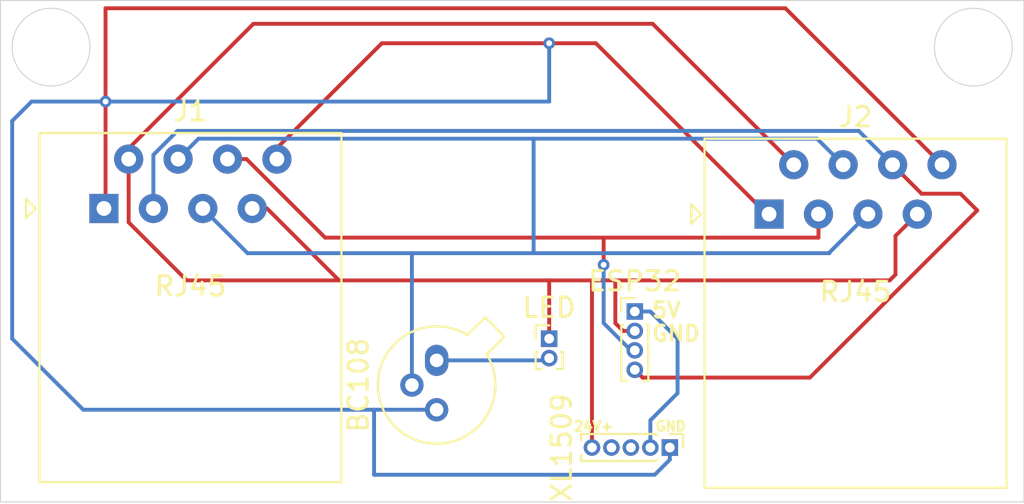
<source format=kicad_pcb>
(kicad_pcb (version 20240108) (generator "pcbnew") (generator_version "8.0")
  (layers (0 "F.Cu" signal) (31 "B.Cu" signal) (34 "B.Paste" user) (35 "F.Paste" user) (36 "B.SilkS" user "B.Silkscreen") (37 "F.SilkS" user "F.Silkscreen") (38 "B.Mask" user) (39 "F.Mask" user) (44 "Edge.Cuts" user))
  (net 0 "")
  (net 1 "Net-(D1-K)")
  (net 2 "Net-(D1-A)")
  (net 3 "Net-(Q1-B)")
  (net 4 "Net-(J3-Pin_4)")
  (net 5 "Net-(Q1-C)")
  (net 6 "Net-(J3-Pin_3)")
  (net 7 "Net-(J3-Pin_1)")
  (footprint "Connector_PinHeader_1.00mm:PinHeader_1x05_P1.00mm_Vertical" (layer "F.Cu") (at 140.8 67.2 -90)
    (property "Reference" "U1" (hide yes))
    (property "Value" "XL1509" (at 0 5.56 90) (layer "F.SilkS"))
    (fp_line (start -0.695 4.56) (end -0.394493 4.56) (stroke (width 0.12)) (layer "F.SilkS"))
    (fp_line (start 0.394493 4.56) (end 0.695 4.56) (stroke (width 0.12)) (layer "F.SilkS"))
    (fp_line (start -0.695 0.685) (end -0.695 4.56) (stroke (width 0.12)) (layer "F.SilkS"))
    (fp_line (start -0.695 0.685) (end -0.608276 0.685) (stroke (width 0.12)) (layer "F.SilkS"))
    (fp_line (start 0.608276 0.685) (end 0.695 0.685) (stroke (width 0.12)) (layer "F.SilkS"))
    (fp_line (start 0.695 0.685) (end 0.695 4.56) (stroke (width 0.12)) (layer "F.SilkS"))
    (fp_line (start -0.695 0) (end -0.695 -0.685) (stroke (width 0.12)) (layer "F.SilkS"))
    (fp_line (start -0.695 -0.685) (end 0 -0.685) (stroke (width 0.12)) (layer "F.SilkS"))
    (pad "1" thru_hole rect (at 0 0 270) (size 0.85 0.85) (drill 0.5) (layers "*.Cu" "*.Mask") (net 5 "Net-(Q1-C)"))
    (pad "2" thru_hole oval (at 0 1 270) (size 0.85 0.85) (drill 0.5) (layers "*.Cu" "*.Mask") (net 7 "Net-(J3-Pin_1)"))
    (pad "3" thru_hole oval (at 0 2 270) (size 0.85 0.85) (drill 0.5) (layers "*.Cu" "*.Mask"))
    (pad "4" thru_hole oval (at 0 3 270) (size 0.85 0.85) (drill 0.5) (layers "*.Cu" "*.Mask"))
    (pad "5" thru_hole oval (at 0 4 270) (size 0.85 0.85) (drill 0.5) (layers "*.Cu" "*.Mask") (net 1 "Net-(D1-K)"))
  )
  (footprint "Connector_PinHeader_1.00mm:PinHeader_1x02_P1.00mm_Vertical" (layer "F.Cu") (at 134.6 61.6)
    (property "Reference" "D1" (hide yes))
    (property "Value" "LED" (at 0 -1.6 0) (layer "F.SilkS"))
    (fp_line (start -0.695 -0.685) (end 0 -0.685) (stroke (width 0.12)) (layer "F.SilkS"))
    (fp_line (start -0.695 0) (end -0.695 -0.685) (stroke (width 0.12)) (layer "F.SilkS"))
    (fp_line (start -0.695 0.685) (end -0.695 1.56) (stroke (width 0.12)) (layer "F.SilkS"))
    (fp_line (start -0.695 0.685) (end -0.608276 0.685) (stroke (width 0.12)) (layer "F.SilkS"))
    (fp_line (start -0.695 1.56) (end -0.394493 1.56) (stroke (width 0.12)) (layer "F.SilkS"))
    (fp_line (start 0.394493 1.56) (end 0.695 1.56) (stroke (width 0.12)) (layer "F.SilkS"))
    (fp_line (start 0.608276 0.685) (end 0.695 0.685) (stroke (width 0.12)) (layer "F.SilkS"))
    (fp_line (start 0.695 0.685) (end 0.695 1.56) (stroke (width 0.12)) (layer "F.SilkS"))
    (pad "1" thru_hole rect (at 0 0) (size 0.85 0.85) (drill 0.5) (layers "*.Cu" "*.Mask") (net 1 "Net-(D1-K)"))
    (pad "2" thru_hole oval (at 0 1) (size 0.85 0.85) (drill 0.5) (layers "*.Cu" "*.Mask") (net 2 "Net-(D1-A)"))
  )
  (footprint "Connector_RJ:RJ45_Amphenol_54602-x08_Horizontal" (layer "F.Cu") (at 111.7175 54.9)
    (property "Reference" "J1" (at 4.445 -5 0) (layer "F.SilkS"))
    (property "Value" "RJ45" (at 4.445 4 0) (layer "F.SilkS"))
    (fp_line (start -4 -0.5) (end -4 0.5) (stroke (width 0.12)) (layer "F.SilkS"))
    (fp_line (start -4 0.5) (end -3.5 0) (stroke (width 0.12)) (layer "F.SilkS"))
    (fp_line (start -3.5 0) (end -4 -0.5) (stroke (width 0.12)) (layer "F.SilkS"))
    (fp_line (start -3.315 -3.88) (end -3.315 14.08) (stroke (width 0.12)) (layer "F.SilkS"))
    (fp_line (start -3.315 14.08) (end 12.205 14.08) (stroke (width 0.12)) (layer "F.SilkS"))
    (fp_line (start 12.205 -3.88) (end -3.315 -3.88) (stroke (width 0.12)) (layer "F.SilkS"))
    (fp_line (start 12.205 -3.88) (end 12.205 14.08) (stroke (width 0.12)) (layer "F.SilkS"))
    (pad "" np_thru_hole circle (at -1.27 6.35) (size 3.2 3.2) (drill 3.2) (layers "*.Cu" "*.Mask"))
    (pad "" np_thru_hole circle (at 10.16 6.35) (size 3.2 3.2) (drill 3.2) (layers "*.Cu" "*.Mask"))
    (pad "1" thru_hole rect (at 0 0) (size 1.5 1.5) (drill 0.76) (layers "*.Cu" "*.Mask") (net 5 "Net-(Q1-C)"))
    (pad "2" thru_hole circle (at 1.27 -2.54) (size 1.5 1.5) (drill 0.76) (layers "*.Cu" "*.Mask") (net 1 "Net-(D1-K)"))
    (pad "3" thru_hole circle (at 2.54 0) (size 1.5 1.5) (drill 0.76) (layers "*.Cu" "*.Mask") (net 4 "Net-(J3-Pin_4)"))
    (pad "4" thru_hole circle (at 3.81 -2.54) (size 1.5 1.5) (drill 0.76) (layers "*.Cu" "*.Mask") (net 3 "Net-(Q1-B)"))
    (pad "5" thru_hole circle (at 5.08 0) (size 1.5 1.5) (drill 0.76) (layers "*.Cu" "*.Mask") (net 3 "Net-(Q1-B)"))
    (pad "6" thru_hole circle (at 6.35 -2.54) (size 1.5 1.5) (drill 0.76) (layers "*.Cu" "*.Mask") (net 6 "Net-(J3-Pin_3)"))
    (pad "7" thru_hole circle (at 7.62 0) (size 1.5 1.5) (drill 0.76) (layers "*.Cu" "*.Mask") (net 1 "Net-(D1-K)"))
    (pad "8" thru_hole circle (at 8.89 -2.54) (size 1.5 1.5) (drill 0.76) (layers "*.Cu" "*.Mask") (net 5 "Net-(Q1-C)"))
  )
  (footprint "Connector_PinHeader_1.00mm:PinHeader_1x04_P1.00mm_Vertical" (layer "F.Cu") (at 139 60.2)
    (property "Reference" "ESP32" (at 0 -1.56 0) (layer "F.SilkS"))
    (property "Value" "Conn_01x04_Pin" (hide yes))
    (fp_line (start -0.695 -0.685) (end 0 -0.685) (stroke (width 0.12)) (layer "F.SilkS"))
    (fp_line (start -0.695 0) (end -0.695 -0.685) (stroke (width 0.12)) (layer "F.SilkS"))
    (fp_line (start -0.695 0.685) (end -0.695 3.56) (stroke (width 0.12)) (layer "F.SilkS"))
    (fp_line (start -0.695 0.685) (end -0.608276 0.685) (stroke (width 0.12)) (layer "F.SilkS"))
    (fp_line (start -0.695 3.56) (end -0.394493 3.56) (stroke (width 0.12)) (layer "F.SilkS"))
    (fp_line (start 0.394493 3.56) (end 0.695 3.56) (stroke (width 0.12)) (layer "F.SilkS"))
    (fp_line (start 0.608276 0.685) (end 0.695 0.685) (stroke (width 0.12)) (layer "F.SilkS"))
    (fp_line (start 0.695 0.685) (end 0.695 3.56) (stroke (width 0.12)) (layer "F.SilkS"))
    (pad "1" thru_hole rect (at 0 0) (size 0.85 0.85) (drill 0.5) (layers "*.Cu" "*.Mask") (net 7 "Net-(J3-Pin_1)"))
    (pad "2" thru_hole oval (at 0 1) (size 0.85 0.85) (drill 0.5) (layers "*.Cu" "*.Mask") (net 1 "Net-(D1-K)"))
    (pad "3" thru_hole oval (at 0 2) (size 0.85 0.85) (drill 0.5) (layers "*.Cu" "*.Mask") (net 6 "Net-(J3-Pin_3)"))
    (pad "4" thru_hole oval (at 0 3) (size 0.85 0.85) (drill 0.5) (layers "*.Cu" "*.Mask") (net 4 "Net-(J3-Pin_4)"))
  )
  (footprint "Package_TO_SOT_THT:TO-18-3" (layer "F.Cu") (at 128.815276 62.714724 -90)
    (property "Reference" "Q1" (hide yes))
    (property "Value" "BC108" (at 1.27 4.02 90) (layer "F.SilkS"))
    (fp_line (start -2.214448 -2.494499) (end -1.302281 -1.582331) (stroke (width 0.12)) (layer "F.SilkS"))
    (fp_line (start -0.312331 -2.572281) (end -1.224499 -3.484448) (stroke (width 0.12)) (layer "F.SilkS"))
    (fp_line (start -1.224499 -3.484448) (end -2.214448 -2.494499) (stroke (width 0.12)) (layer "F.SilkS"))
    (fp_arc (start -0.312331 -2.572281) (mid 3.405463 2.135463) (end -1.302281 -1.582331) (stroke (width 0.12)) (layer "F.SilkS"))
    (pad "1" thru_hole oval (at 0 0 270) (size 1.6 1.2) (drill 0.7) (layers "*.Cu" "*.Mask") (net 2 "Net-(D1-A)"))
    (pad "2" thru_hole circle (at 1.27 1.27 270) (size 1.2 1.2) (drill 0.7) (layers "*.Cu" "*.Mask") (net 3 "Net-(Q1-B)"))
    (pad "3" thru_hole circle (at 2.54 0 270) (size 1.2 1.2) (drill 0.7) (layers "*.Cu" "*.Mask") (net 5 "Net-(Q1-C)"))
  )
  (footprint "Connector_RJ:RJ45_Amphenol_54602-x08_Horizontal" (layer "F.Cu") (at 145.9 55.19)
    (property "Reference" "J2" (at 4.445 -5 0) (layer "F.SilkS"))
    (property "Value" "RJ45" (at 4.445 4 0) (layer "F.SilkS"))
    (fp_line (start -4 -0.5) (end -4 0.5) (stroke (width 0.12)) (layer "F.SilkS"))
    (fp_line (start -4 0.5) (end -3.5 0) (stroke (width 0.12)) (layer "F.SilkS"))
    (fp_line (start -3.5 0) (end -4 -0.5) (stroke (width 0.12)) (layer "F.SilkS"))
    (fp_line (start -3.315 -3.88) (end -3.315 14.08) (stroke (width 0.12)) (layer "F.SilkS"))
    (fp_line (start -3.315 14.08) (end 12.205 14.08) (stroke (width 0.12)) (layer "F.SilkS"))
    (fp_line (start 12.205 -3.88) (end -3.315 -3.88) (stroke (width 0.12)) (layer "F.SilkS"))
    (fp_line (start 12.205 -3.88) (end 12.205 14.08) (stroke (width 0.12)) (layer "F.SilkS"))
    (pad "" np_thru_hole circle (at -1.27 6.35) (size 3.2 3.2) (drill 3.2) (layers "*.Cu" "*.Mask"))
    (pad "" np_thru_hole circle (at 10.16 6.35) (size 3.2 3.2) (drill 3.2) (layers "*.Cu" "*.Mask"))
    (pad "1" thru_hole rect (at 0 0) (size 1.5 1.5) (drill 0.76) (layers "*.Cu" "*.Mask") (net 5 "Net-(Q1-C)"))
    (pad "2" thru_hole circle (at 1.27 -2.54) (size 1.5 1.5) (drill 0.76) (layers "*.Cu" "*.Mask") (net 1 "Net-(D1-K)"))
    (pad "3" thru_hole circle (at 2.54 0) (size 1.5 1.5) (drill 0.76) (layers "*.Cu" "*.Mask") (net 6 "Net-(J3-Pin_3)"))
    (pad "4" thru_hole circle (at 3.81 -2.54) (size 1.5 1.5) (drill 0.76) (layers "*.Cu" "*.Mask") (net 3 "Net-(Q1-B)"))
    (pad "5" thru_hole circle (at 5.08 0) (size 1.5 1.5) (drill 0.76) (layers "*.Cu" "*.Mask") (net 3 "Net-(Q1-B)"))
    (pad "6" thru_hole circle (at 6.35 -2.54) (size 1.5 1.5) (drill 0.76) (layers "*.Cu" "*.Mask") (net 4 "Net-(J3-Pin_4)"))
    (pad "7" thru_hole circle (at 7.62 0) (size 1.5 1.5) (drill 0.76) (layers "*.Cu" "*.Mask") (net 1 "Net-(D1-K)"))
    (pad "8" thru_hole circle (at 8.89 -2.54) (size 1.5 1.5) (drill 0.76) (layers "*.Cu" "*.Mask") (net 5 "Net-(Q1-C)"))
  )
  (gr_circle (center 109 46.6) (end 110.6 47.8) (stroke (width 0.05)) (fill none) (layer "Edge.Cuts"))
  (gr_circle (center 156.4 46.6) (end 158 47.8) (stroke (width 0.05)) (fill none) (layer "Edge.Cuts"))
  (gr_rect (start 106.4 44.2) (end 159 70) (stroke (width 0.05)) (fill none) (layer "Edge.Cuts"))
  (gr_text "5V" (at 139.8 60.6 0) (layer "F.SilkS") (effects (font (size 0.8 0.8)) (justify left bottom)))
  (gr_text "GND" (at 139.8 61.8 0) (layer "F.SilkS") (effects (font (size 0.8 0.8)) (justify left bottom)))
  (gr_text "24V+" (at 135.8 66.4 0) (layer "F.SilkS") (effects (font (size 0.5 0.5) (thickness 0.125)) (justify left bottom)))
  (gr_text "GND" (at 140 66.4 0) (layer "F.SilkS") (effects (font (size 0.5 0.5) (thickness 0.125)) (justify left bottom)))
  (segment (start 152.4 58.3) (end 152.4 56.31) (width 0.2) (layer "F.Cu") (net 1))
  (segment (start 139 61.2) (end 138.39896 61.2) (width 0.2) (layer "F.Cu") (net 1))
  (segment (start 119.3375 54.9) (end 120.1 54.9) (width 0.2) (layer "F.Cu") (net 1))
  (segment (start 136.8 67.2) (end 136.8 58.6) (width 0.2) (layer "F.Cu") (net 1))
  (segment (start 112.9875 52.36) (end 112.9875 55.614925) (width 0.2) (layer "F.Cu") (net 1))
  (segment (start 112.9875 52.36) (end 112.9875 51.8125) (width 0.2) (layer "F.Cu") (net 1))
  (segment (start 123.8 58.6) (end 152.1 58.6) (width 0.2) (layer "F.Cu") (net 1))
  (segment (start 115.972575 58.6) (end 123.8 58.6) (width 0.2) (layer "F.Cu") (net 1))
  (segment (start 112.9875 51.8125) (end 119.4 45.4) (width 0.2) (layer "F.Cu") (net 1))
  (segment (start 152.1 58.6) (end 152.4 58.3) (width 0.2) (layer "F.Cu") (net 1))
  (segment (start 138.39896 61.2) (end 138 60.80104) (width 0.2) (layer "F.Cu") (net 1))
  (segment (start 152.4 56.31) (end 153.52 55.19) (width 0.2) (layer "F.Cu") (net 1))
  (segment (start 134.6 61.6) (end 134.6 58.6) (width 0.2) (layer "F.Cu") (net 1))
  (segment (start 120.1 54.9) (end 123.8 58.6) (width 0.2) (layer "F.Cu") (net 1))
  (segment (start 119.4 45.4) (end 139.92 45.4) (width 0.2) (layer "F.Cu") (net 1))
  (segment (start 139.92 45.4) (end 147.17 52.65) (width 0.2) (layer "F.Cu") (net 1))
  (segment (start 112.9875 55.614925) (end 115.972575 58.6) (width 0.2) (layer "F.Cu") (net 1))
  (segment (start 138 60.80104) (end 138 58.6) (width 0.2) (layer "F.Cu") (net 1))
  (segment (start 128.815276 62.714724) (end 134.485276 62.714724) (width 0.2) (layer "B.Cu") (net 2))
  (segment (start 134.485276 62.714724) (end 134.6 62.6) (width 0.2) (layer "B.Cu") (net 2))
  (segment (start 127.6 57.2) (end 133.8 57.2) (width 0.2) (layer "B.Cu") (net 3))
  (segment (start 116.7975 54.9) (end 119.0975 57.2) (width 0.2) (layer "B.Cu") (net 3))
  (segment (start 149 57.17) (end 150.98 55.19) (width 0.2) (layer "B.Cu") (net 3))
  (segment (start 127.545276 63.984724) (end 127.545276 57.254724) (width 0.2) (layer "B.Cu") (net 3))
  (segment (start 149 57.2) (end 149 57.17) (width 0.2) (layer "B.Cu") (net 3))
  (segment (start 133.8 51.31) (end 116.5775 51.31) (width 0.2) (layer "B.Cu") (net 3))
  (segment (start 149.71 52.65) (end 148.37 51.31) (width 0.2) (layer "B.Cu") (net 3))
  (segment (start 133.8 51.31) (end 133.8 57.2) (width 0.2) (layer "B.Cu") (net 3))
  (segment (start 116.5775 51.31) (end 115.5275 52.36) (width 0.2) (layer "B.Cu") (net 3))
  (segment (start 127.545276 57.254724) (end 127.6 57.2) (width 0.2) (layer "B.Cu") (net 3))
  (segment (start 133.8 57.2) (end 149 57.2) (width 0.2) (layer "B.Cu") (net 3))
  (segment (start 148.37 51.31) (end 133.8 51.31) (width 0.2) (layer "B.Cu") (net 3))
  (segment (start 119.0975 57.2) (end 127.6 57.2) (width 0.2) (layer "B.Cu") (net 3))
  (segment (start 139.4 63.6) (end 148 63.6) (width 0.2) (layer "F.Cu") (net 4))
  (segment (start 148 63.6) (end 156.6 55) (width 0.2) (layer "F.Cu") (net 4))
  (segment (start 139 63.2) (end 139.4 63.6) (width 0.2) (layer "F.Cu") (net 4))
  (segment (start 153.74 54.14) (end 152.25 52.65) (width 0.2) (layer "F.Cu") (net 4))
  (segment (start 155.74 54.14) (end 153.74 54.14) (width 0.2) (layer "F.Cu") (net 4))
  (segment (start 156.6 55) (end 155.74 54.14) (width 0.2) (layer "F.Cu") (net 4))
  (segment (start 115.492575 50.91) (end 150.51 50.91) (width 0.2) (layer "B.Cu") (net 4))
  (segment (start 150.51 50.91) (end 152.25 52.65) (width 0.2) (layer "B.Cu") (net 4))
  (segment (start 114.2575 54.9) (end 114.2575 52.145075) (width 0.2) (layer "B.Cu") (net 4))
  (segment (start 114.2575 52.145075) (end 115.492575 50.91) (width 0.2) (layer "B.Cu") (net 4))
  (segment (start 134.6 46.4) (end 126 46.4) (width 0.2) (layer "F.Cu") (net 5))
  (segment (start 111.7175 54.3175) (end 111.8 54.235) (width 0.2) (layer "F.Cu") (net 5))
  (segment (start 137 46.4) (end 134.6 46.4) (width 0.2) (layer "F.Cu") (net 5))
  (segment (start 111.8 44.6) (end 146.74 44.6) (width 0.2) (layer "F.Cu") (net 5))
  (segment (start 111.8 54.235) (end 111.8 49.4) (width 0.2) (layer "F.Cu") (net 5))
  (segment (start 111.7175 54.9) (end 111.7175 54.3175) (width 0.2) (layer "F.Cu") (net 5))
  (segment (start 126 46.4) (end 120.6075 51.7925) (width 0.2) (layer "F.Cu") (net 5))
  (segment (start 111.8 49.4) (end 111.8 44.6) (width 0.2) (layer "F.Cu") (net 5))
  (segment (start 120.6075 51.7925) (end 120.6075 52.36) (width 0.2) (layer "F.Cu") (net 5))
  (segment (start 145.79 55.19) (end 137 46.4) (width 0.2) (layer "F.Cu") (net 5))
  (segment (start 146.74 44.6) (end 154.79 52.65) (width 0.2) (layer "F.Cu") (net 5))
  (segment (start 145.9 55.19) (end 145.79 55.19) (width 0.2) (layer "F.Cu") (net 5))
  (segment (start 120.6075 52.36) (end 120.67 52.2975) (width 0.2) (layer "F.Cu") (net 5))
  (via (at 111.8 49.4) (size 0.6) (drill 0.3) (layers "F.Cu" "B.Cu") (net 5))
  (via (at 134.6 46.4) (size 0.6) (drill 0.3) (layers "F.Cu" "B.Cu") (net 5))
  (segment (start 140.8 67.2) (end 140.8 67.825) (width 0.2) (layer "B.Cu") (net 5))
  (segment (start 108 49.4) (end 134.6 49.4) (width 0.2) (layer "B.Cu") (net 5))
  (segment (start 140.8 67.825) (end 140.025 68.6) (width 0.2) (layer "B.Cu") (net 5))
  (segment (start 107 61.6) (end 107 50.4) (width 0.2) (layer "B.Cu") (net 5))
  (segment (start 125.6 65.254724) (end 110.654724 65.254724) (width 0.2) (layer "B.Cu") (net 5))
  (segment (start 107 50.4) (end 108 49.4) (width 0.2) (layer "B.Cu") (net 5))
  (segment (start 110.654724 65.254724) (end 107 61.6) (width 0.2) (layer "B.Cu") (net 5))
  (segment (start 140.025 68.6) (end 125.6 68.6) (width 0.2) (layer "B.Cu") (net 5))
  (segment (start 125.6 68.6) (end 125.6 65.254724) (width 0.2) (layer "B.Cu") (net 5))
  (segment (start 128.815276 65.254724) (end 125.6 65.254724) (width 0.2) (layer "B.Cu") (net 5))
  (segment (start 134.6 49.4) (end 134.6 46.4) (width 0.2) (layer "B.Cu") (net 5))
  (segment (start 137.4 56.4) (end 123.084925 56.4) (width 0.2) (layer "F.Cu") (net 6))
  (segment (start 148.44 55.19) (end 148.44 56.4) (width 0.2) (layer "F.Cu") (net 6))
  (segment (start 123.084925 56.4) (end 119.044925 52.36) (width 0.2) (layer "F.Cu") (net 6))
  (segment (start 119.044925 52.36) (end 118.0675 52.36) (width 0.2) (layer "F.Cu") (net 6))
  (segment (start 137.4 57.8) (end 137.4 56.4) (width 0.2) (layer "F.Cu") (net 6))
  (segment (start 148.44 56.4) (end 137.4 56.4) (width 0.2) (layer "F.Cu") (net 6))
  (via (at 137.4 57.8) (size 0.6) (drill 0.3) (layers "F.Cu" "B.Cu") (net 6))
  (segment (start 138.8 62.2) (end 137.4 60.8) (width 0.2) (layer "B.Cu") (net 6))
  (segment (start 137.4 60.8) (end 137.4 57.8) (width 0.2) (layer "B.Cu") (net 6))
  (segment (start 139 62.2) (end 138.8 62.2) (width 0.2) (layer "B.Cu") (net 6))
  (segment (start 139.8 67.2) (end 139.8 65.8) (width 0.2) (layer "B.Cu") (net 7))
  (segment (start 141.2 64.4) (end 141.2 61.6) (width 0.2) (layer "B.Cu") (net 7))
  (segment (start 141.2 61.6) (end 139.8 60.2) (width 0.2) (layer "B.Cu") (net 7))
  (segment (start 139.8 60.2) (end 139 60.2) (width 0.2) (layer "B.Cu") (net 7))
  (segment (start 139.8 65.8) (end 141.2 64.4) (width 0.2) (layer "B.Cu") (net 7))
)
</source>
